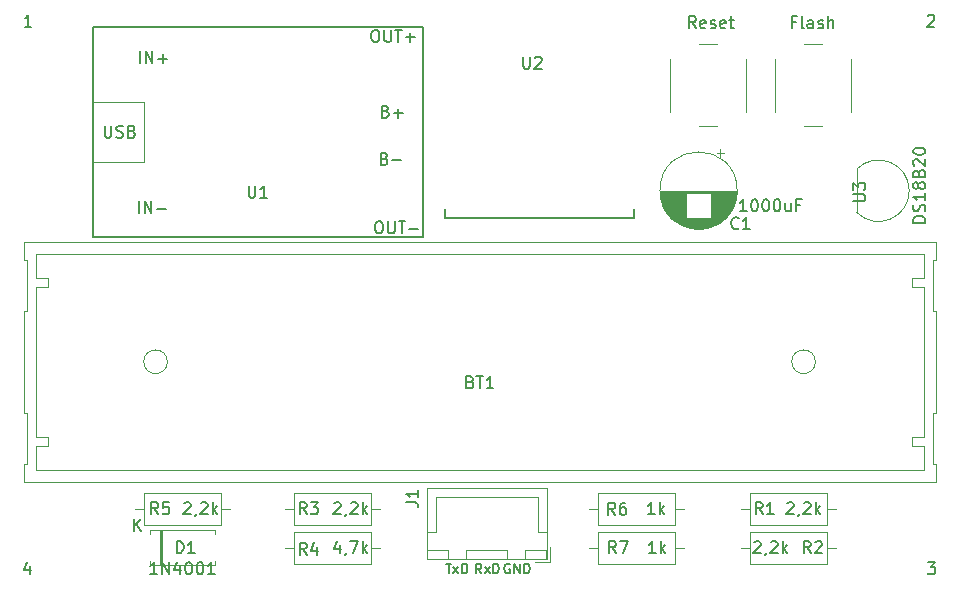
<source format=gbr>
G04 #@! TF.GenerationSoftware,KiCad,Pcbnew,5.1.5-52549c5~84~ubuntu18.04.1*
G04 #@! TF.CreationDate,2020-04-08T12:20:09+02:00*
G04 #@! TF.ProjectId,ltl,6c746c2e-6b69-4636-9164-5f7063625858,rev?*
G04 #@! TF.SameCoordinates,Original*
G04 #@! TF.FileFunction,Legend,Top*
G04 #@! TF.FilePolarity,Positive*
%FSLAX46Y46*%
G04 Gerber Fmt 4.6, Leading zero omitted, Abs format (unit mm)*
G04 Created by KiCad (PCBNEW 5.1.5-52549c5~84~ubuntu18.04.1) date 2020-04-08 12:20:09*
%MOMM*%
%LPD*%
G04 APERTURE LIST*
%ADD10C,0.200000*%
%ADD11C,0.120000*%
%ADD12C,0.150000*%
%ADD13C,0.152400*%
G04 APERTURE END LIST*
D10*
X122110619Y-137737904D02*
X122567761Y-137737904D01*
X122339190Y-138537904D02*
X122339190Y-137737904D01*
X122758238Y-138537904D02*
X123177285Y-138004571D01*
X122758238Y-138004571D02*
X123177285Y-138537904D01*
X123482047Y-138537904D02*
X123482047Y-137737904D01*
X123672523Y-137737904D01*
X123786809Y-137776000D01*
X123863000Y-137852190D01*
X123901095Y-137928380D01*
X123939190Y-138080761D01*
X123939190Y-138195047D01*
X123901095Y-138347428D01*
X123863000Y-138423619D01*
X123786809Y-138499809D01*
X123672523Y-138537904D01*
X123482047Y-138537904D01*
X125126809Y-138537904D02*
X124860142Y-138156952D01*
X124669666Y-138537904D02*
X124669666Y-137737904D01*
X124974428Y-137737904D01*
X125050619Y-137776000D01*
X125088714Y-137814095D01*
X125126809Y-137890285D01*
X125126809Y-138004571D01*
X125088714Y-138080761D01*
X125050619Y-138118857D01*
X124974428Y-138156952D01*
X124669666Y-138156952D01*
X125393476Y-138537904D02*
X125812523Y-138004571D01*
X125393476Y-138004571D02*
X125812523Y-138537904D01*
X126117285Y-138537904D02*
X126117285Y-137737904D01*
X126307761Y-137737904D01*
X126422047Y-137776000D01*
X126498238Y-137852190D01*
X126536333Y-137928380D01*
X126574428Y-138080761D01*
X126574428Y-138195047D01*
X126536333Y-138347428D01*
X126498238Y-138423619D01*
X126422047Y-138499809D01*
X126307761Y-138537904D01*
X126117285Y-138537904D01*
X127533476Y-137776000D02*
X127457285Y-137737904D01*
X127343000Y-137737904D01*
X127228714Y-137776000D01*
X127152523Y-137852190D01*
X127114428Y-137928380D01*
X127076333Y-138080761D01*
X127076333Y-138195047D01*
X127114428Y-138347428D01*
X127152523Y-138423619D01*
X127228714Y-138499809D01*
X127343000Y-138537904D01*
X127419190Y-138537904D01*
X127533476Y-138499809D01*
X127571571Y-138461714D01*
X127571571Y-138195047D01*
X127419190Y-138195047D01*
X127914428Y-138537904D02*
X127914428Y-137737904D01*
X128371571Y-138537904D01*
X128371571Y-137737904D01*
X128752523Y-138537904D02*
X128752523Y-137737904D01*
X128943000Y-137737904D01*
X129057285Y-137776000D01*
X129133476Y-137852190D01*
X129171571Y-137928380D01*
X129209666Y-138080761D01*
X129209666Y-138195047D01*
X129171571Y-138347428D01*
X129133476Y-138423619D01*
X129057285Y-138499809D01*
X128943000Y-138537904D01*
X128752523Y-138537904D01*
D11*
X162560000Y-111506000D02*
X162560000Y-113538000D01*
X162560000Y-127762000D02*
X162560000Y-129794000D01*
X162560000Y-114300000D02*
X162560000Y-127000000D01*
X161544000Y-114300000D02*
X162560000Y-114300000D01*
X161544000Y-114300000D02*
X161544000Y-113538000D01*
X162560000Y-113538000D02*
X161544000Y-113538000D01*
X161544000Y-127762000D02*
X162560000Y-127762000D01*
X162560000Y-127000000D02*
X161544000Y-127000000D01*
X161544000Y-127762000D02*
X161544000Y-127000000D01*
X163576000Y-110490000D02*
X163576000Y-112014000D01*
X163322000Y-112014000D02*
X163576000Y-112014000D01*
X163322000Y-112014000D02*
X163322000Y-116332000D01*
X163322000Y-116332000D02*
X163576000Y-116332000D01*
X163576000Y-124968000D02*
X163576000Y-116332000D01*
X163322000Y-124968000D02*
X163322000Y-129286000D01*
X163322000Y-124968000D02*
X163576000Y-124968000D01*
X163322000Y-129286000D02*
X163576000Y-129286000D01*
X163576000Y-129286000D02*
X163576000Y-130810000D01*
X162560000Y-129794000D02*
X87376000Y-129794000D01*
X162560000Y-111506000D02*
X87376000Y-111506000D01*
X86614000Y-116332000D02*
X86614000Y-112014000D01*
X86614000Y-124968000D02*
X86614000Y-129286000D01*
X86360000Y-124968000D02*
X86614000Y-124968000D01*
X86360000Y-116332000D02*
X86614000Y-116332000D01*
X86360000Y-124968000D02*
X86360000Y-116332000D01*
X86360000Y-129286000D02*
X86614000Y-129286000D01*
X86360000Y-129286000D02*
X86360000Y-130810000D01*
X86360000Y-112014000D02*
X86614000Y-112014000D01*
X86360000Y-110490000D02*
X86360000Y-112014000D01*
X88392000Y-127000000D02*
X87376000Y-127000000D01*
X88392000Y-127000000D02*
X88392000Y-127762000D01*
X87376000Y-127762000D02*
X88392000Y-127762000D01*
X87376000Y-127762000D02*
X87376000Y-129794000D01*
X88392000Y-114300000D02*
X87376000Y-114300000D01*
X88392000Y-113538000D02*
X88392000Y-114300000D01*
X87376000Y-113538000D02*
X88392000Y-113538000D01*
X87376000Y-111506000D02*
X87376000Y-113538000D01*
X98536000Y-120650000D02*
G75*
G03X98536000Y-120650000I-1000000J0D01*
G01*
X153400000Y-120650000D02*
G75*
G03X153400000Y-120650000I-1000000J0D01*
G01*
X163576000Y-110490000D02*
X124968000Y-110490000D01*
X86360000Y-130810000D02*
X163576000Y-130810000D01*
X87376000Y-114300000D02*
X87376000Y-127000000D01*
X124968000Y-110490000D02*
X86360000Y-110490000D01*
X96520000Y-103759000D02*
X92202000Y-103759000D01*
X96520000Y-98679000D02*
X96520000Y-103759000D01*
X92202000Y-98679000D02*
X96520000Y-98679000D01*
D12*
X120142000Y-110109000D02*
X92202000Y-110109000D01*
X92202000Y-92329000D02*
X120142000Y-92329000D01*
X120142000Y-92329000D02*
X120142000Y-110109000D01*
X92202000Y-92329000D02*
X92202000Y-110109000D01*
D11*
X97882000Y-134928000D02*
X97882000Y-137868000D01*
X98122000Y-134928000D02*
X98122000Y-137868000D01*
X98002000Y-134928000D02*
X98002000Y-137868000D01*
X102542000Y-137868000D02*
X102542000Y-137538000D01*
X97102000Y-137868000D02*
X102542000Y-137868000D01*
X97102000Y-137538000D02*
X97102000Y-137868000D01*
X102542000Y-134928000D02*
X102542000Y-135258000D01*
X97102000Y-134928000D02*
X102542000Y-134928000D01*
X97102000Y-135258000D02*
X97102000Y-134928000D01*
X116562000Y-136398000D02*
X115792000Y-136398000D01*
X108482000Y-136398000D02*
X109252000Y-136398000D01*
X115792000Y-135028000D02*
X109252000Y-135028000D01*
X115792000Y-137768000D02*
X115792000Y-135028000D01*
X109252000Y-137768000D02*
X115792000Y-137768000D01*
X109252000Y-135028000D02*
X109252000Y-137768000D01*
X116562000Y-133096000D02*
X115792000Y-133096000D01*
X108482000Y-133096000D02*
X109252000Y-133096000D01*
X115792000Y-131726000D02*
X109252000Y-131726000D01*
X115792000Y-134466000D02*
X115792000Y-131726000D01*
X109252000Y-134466000D02*
X115792000Y-134466000D01*
X109252000Y-131726000D02*
X109252000Y-134466000D01*
X155170000Y-136398000D02*
X154400000Y-136398000D01*
X147090000Y-136398000D02*
X147860000Y-136398000D01*
X154400000Y-135028000D02*
X147860000Y-135028000D01*
X154400000Y-137768000D02*
X154400000Y-135028000D01*
X147860000Y-137768000D02*
X154400000Y-137768000D01*
X147860000Y-135028000D02*
X147860000Y-137768000D01*
X155170000Y-133096000D02*
X154400000Y-133096000D01*
X147090000Y-133096000D02*
X147860000Y-133096000D01*
X154400000Y-131726000D02*
X147860000Y-131726000D01*
X154400000Y-134466000D02*
X154400000Y-131726000D01*
X147860000Y-134466000D02*
X154400000Y-134466000D01*
X147860000Y-131726000D02*
X147860000Y-134466000D01*
X142280000Y-133096000D02*
X141510000Y-133096000D01*
X134200000Y-133096000D02*
X134970000Y-133096000D01*
X141510000Y-131726000D02*
X134970000Y-131726000D01*
X141510000Y-134466000D02*
X141510000Y-131726000D01*
X134970000Y-134466000D02*
X141510000Y-134466000D01*
X134970000Y-131726000D02*
X134970000Y-134466000D01*
X134970000Y-135028000D02*
X134970000Y-137768000D01*
X134970000Y-137768000D02*
X141510000Y-137768000D01*
X141510000Y-137768000D02*
X141510000Y-135028000D01*
X141510000Y-135028000D02*
X134970000Y-135028000D01*
X134200000Y-136398000D02*
X134970000Y-136398000D01*
X142280000Y-136398000D02*
X141510000Y-136398000D01*
X146780000Y-106152000D02*
G75*
G03X146780000Y-106152000I-3270000J0D01*
G01*
X146740000Y-106152000D02*
X140280000Y-106152000D01*
X146740000Y-106192000D02*
X140280000Y-106192000D01*
X146740000Y-106232000D02*
X140280000Y-106232000D01*
X146738000Y-106272000D02*
X140282000Y-106272000D01*
X146737000Y-106312000D02*
X140283000Y-106312000D01*
X146734000Y-106352000D02*
X140286000Y-106352000D01*
X146732000Y-106392000D02*
X144550000Y-106392000D01*
X142470000Y-106392000D02*
X140288000Y-106392000D01*
X146728000Y-106432000D02*
X144550000Y-106432000D01*
X142470000Y-106432000D02*
X140292000Y-106432000D01*
X146725000Y-106472000D02*
X144550000Y-106472000D01*
X142470000Y-106472000D02*
X140295000Y-106472000D01*
X146721000Y-106512000D02*
X144550000Y-106512000D01*
X142470000Y-106512000D02*
X140299000Y-106512000D01*
X146716000Y-106552000D02*
X144550000Y-106552000D01*
X142470000Y-106552000D02*
X140304000Y-106552000D01*
X146711000Y-106592000D02*
X144550000Y-106592000D01*
X142470000Y-106592000D02*
X140309000Y-106592000D01*
X146705000Y-106632000D02*
X144550000Y-106632000D01*
X142470000Y-106632000D02*
X140315000Y-106632000D01*
X146699000Y-106672000D02*
X144550000Y-106672000D01*
X142470000Y-106672000D02*
X140321000Y-106672000D01*
X146692000Y-106712000D02*
X144550000Y-106712000D01*
X142470000Y-106712000D02*
X140328000Y-106712000D01*
X146685000Y-106752000D02*
X144550000Y-106752000D01*
X142470000Y-106752000D02*
X140335000Y-106752000D01*
X146677000Y-106792000D02*
X144550000Y-106792000D01*
X142470000Y-106792000D02*
X140343000Y-106792000D01*
X146669000Y-106832000D02*
X144550000Y-106832000D01*
X142470000Y-106832000D02*
X140351000Y-106832000D01*
X146660000Y-106873000D02*
X144550000Y-106873000D01*
X142470000Y-106873000D02*
X140360000Y-106873000D01*
X146651000Y-106913000D02*
X144550000Y-106913000D01*
X142470000Y-106913000D02*
X140369000Y-106913000D01*
X146641000Y-106953000D02*
X144550000Y-106953000D01*
X142470000Y-106953000D02*
X140379000Y-106953000D01*
X146631000Y-106993000D02*
X144550000Y-106993000D01*
X142470000Y-106993000D02*
X140389000Y-106993000D01*
X146620000Y-107033000D02*
X144550000Y-107033000D01*
X142470000Y-107033000D02*
X140400000Y-107033000D01*
X146608000Y-107073000D02*
X144550000Y-107073000D01*
X142470000Y-107073000D02*
X140412000Y-107073000D01*
X146596000Y-107113000D02*
X144550000Y-107113000D01*
X142470000Y-107113000D02*
X140424000Y-107113000D01*
X146584000Y-107153000D02*
X144550000Y-107153000D01*
X142470000Y-107153000D02*
X140436000Y-107153000D01*
X146571000Y-107193000D02*
X144550000Y-107193000D01*
X142470000Y-107193000D02*
X140449000Y-107193000D01*
X146557000Y-107233000D02*
X144550000Y-107233000D01*
X142470000Y-107233000D02*
X140463000Y-107233000D01*
X146543000Y-107273000D02*
X144550000Y-107273000D01*
X142470000Y-107273000D02*
X140477000Y-107273000D01*
X146528000Y-107313000D02*
X144550000Y-107313000D01*
X142470000Y-107313000D02*
X140492000Y-107313000D01*
X146512000Y-107353000D02*
X144550000Y-107353000D01*
X142470000Y-107353000D02*
X140508000Y-107353000D01*
X146496000Y-107393000D02*
X144550000Y-107393000D01*
X142470000Y-107393000D02*
X140524000Y-107393000D01*
X146480000Y-107433000D02*
X144550000Y-107433000D01*
X142470000Y-107433000D02*
X140540000Y-107433000D01*
X146462000Y-107473000D02*
X144550000Y-107473000D01*
X142470000Y-107473000D02*
X140558000Y-107473000D01*
X146444000Y-107513000D02*
X144550000Y-107513000D01*
X142470000Y-107513000D02*
X140576000Y-107513000D01*
X146426000Y-107553000D02*
X144550000Y-107553000D01*
X142470000Y-107553000D02*
X140594000Y-107553000D01*
X146406000Y-107593000D02*
X144550000Y-107593000D01*
X142470000Y-107593000D02*
X140614000Y-107593000D01*
X146386000Y-107633000D02*
X144550000Y-107633000D01*
X142470000Y-107633000D02*
X140634000Y-107633000D01*
X146366000Y-107673000D02*
X144550000Y-107673000D01*
X142470000Y-107673000D02*
X140654000Y-107673000D01*
X146344000Y-107713000D02*
X144550000Y-107713000D01*
X142470000Y-107713000D02*
X140676000Y-107713000D01*
X146322000Y-107753000D02*
X144550000Y-107753000D01*
X142470000Y-107753000D02*
X140698000Y-107753000D01*
X146300000Y-107793000D02*
X144550000Y-107793000D01*
X142470000Y-107793000D02*
X140720000Y-107793000D01*
X146276000Y-107833000D02*
X144550000Y-107833000D01*
X142470000Y-107833000D02*
X140744000Y-107833000D01*
X146252000Y-107873000D02*
X144550000Y-107873000D01*
X142470000Y-107873000D02*
X140768000Y-107873000D01*
X146226000Y-107913000D02*
X144550000Y-107913000D01*
X142470000Y-107913000D02*
X140794000Y-107913000D01*
X146200000Y-107953000D02*
X144550000Y-107953000D01*
X142470000Y-107953000D02*
X140820000Y-107953000D01*
X146174000Y-107993000D02*
X144550000Y-107993000D01*
X142470000Y-107993000D02*
X140846000Y-107993000D01*
X146146000Y-108033000D02*
X144550000Y-108033000D01*
X142470000Y-108033000D02*
X140874000Y-108033000D01*
X146117000Y-108073000D02*
X144550000Y-108073000D01*
X142470000Y-108073000D02*
X140903000Y-108073000D01*
X146088000Y-108113000D02*
X144550000Y-108113000D01*
X142470000Y-108113000D02*
X140932000Y-108113000D01*
X146058000Y-108153000D02*
X144550000Y-108153000D01*
X142470000Y-108153000D02*
X140962000Y-108153000D01*
X146026000Y-108193000D02*
X144550000Y-108193000D01*
X142470000Y-108193000D02*
X140994000Y-108193000D01*
X145994000Y-108233000D02*
X144550000Y-108233000D01*
X142470000Y-108233000D02*
X141026000Y-108233000D01*
X145960000Y-108273000D02*
X144550000Y-108273000D01*
X142470000Y-108273000D02*
X141060000Y-108273000D01*
X145926000Y-108313000D02*
X144550000Y-108313000D01*
X142470000Y-108313000D02*
X141094000Y-108313000D01*
X145890000Y-108353000D02*
X144550000Y-108353000D01*
X142470000Y-108353000D02*
X141130000Y-108353000D01*
X145853000Y-108393000D02*
X144550000Y-108393000D01*
X142470000Y-108393000D02*
X141167000Y-108393000D01*
X145815000Y-108433000D02*
X144550000Y-108433000D01*
X142470000Y-108433000D02*
X141205000Y-108433000D01*
X145775000Y-108473000D02*
X141245000Y-108473000D01*
X145734000Y-108513000D02*
X141286000Y-108513000D01*
X145692000Y-108553000D02*
X141328000Y-108553000D01*
X145647000Y-108593000D02*
X141373000Y-108593000D01*
X145602000Y-108633000D02*
X141418000Y-108633000D01*
X145554000Y-108673000D02*
X141466000Y-108673000D01*
X145505000Y-108713000D02*
X141515000Y-108713000D01*
X145454000Y-108753000D02*
X141566000Y-108753000D01*
X145400000Y-108793000D02*
X141620000Y-108793000D01*
X145344000Y-108833000D02*
X141676000Y-108833000D01*
X145286000Y-108873000D02*
X141734000Y-108873000D01*
X145224000Y-108913000D02*
X141796000Y-108913000D01*
X145160000Y-108953000D02*
X141860000Y-108953000D01*
X145091000Y-108993000D02*
X141929000Y-108993000D01*
X145019000Y-109033000D02*
X142001000Y-109033000D01*
X144942000Y-109073000D02*
X142078000Y-109073000D01*
X144860000Y-109113000D02*
X142160000Y-109113000D01*
X144772000Y-109153000D02*
X142248000Y-109153000D01*
X144675000Y-109193000D02*
X142345000Y-109193000D01*
X144569000Y-109233000D02*
X142451000Y-109233000D01*
X144450000Y-109273000D02*
X142570000Y-109273000D01*
X144312000Y-109313000D02*
X142708000Y-109313000D01*
X144143000Y-109353000D02*
X142877000Y-109353000D01*
X143912000Y-109393000D02*
X143108000Y-109393000D01*
X145349000Y-102651759D02*
X145349000Y-103281759D01*
X145664000Y-102966759D02*
X145034000Y-102966759D01*
X103092000Y-134466000D02*
X103092000Y-131726000D01*
X103092000Y-131726000D02*
X96552000Y-131726000D01*
X96552000Y-131726000D02*
X96552000Y-134466000D01*
X96552000Y-134466000D02*
X103092000Y-134466000D01*
X103862000Y-133096000D02*
X103092000Y-133096000D01*
X95782000Y-133096000D02*
X96552000Y-133096000D01*
X156900000Y-104372000D02*
X156900000Y-107972000D01*
X156911522Y-104333522D02*
G75*
G02X161350000Y-106172000I1838478J-1838478D01*
G01*
X156911522Y-108010478D02*
G75*
G03X161350000Y-106172000I1838478J1838478D01*
G01*
X130640000Y-137334000D02*
X130640000Y-131364000D01*
X130640000Y-131364000D02*
X120520000Y-131364000D01*
X120520000Y-131364000D02*
X120520000Y-137334000D01*
X120520000Y-137334000D02*
X130640000Y-137334000D01*
X127330000Y-137324000D02*
X127330000Y-136574000D01*
X127330000Y-136574000D02*
X123830000Y-136574000D01*
X123830000Y-136574000D02*
X123830000Y-137324000D01*
X123830000Y-137324000D02*
X127330000Y-137324000D01*
X130630000Y-137324000D02*
X130630000Y-136574000D01*
X130630000Y-136574000D02*
X128830000Y-136574000D01*
X128830000Y-136574000D02*
X128830000Y-137324000D01*
X128830000Y-137324000D02*
X130630000Y-137324000D01*
X122330000Y-137324000D02*
X122330000Y-136574000D01*
X122330000Y-136574000D02*
X120530000Y-136574000D01*
X120530000Y-136574000D02*
X120530000Y-137324000D01*
X120530000Y-137324000D02*
X122330000Y-137324000D01*
X130630000Y-135074000D02*
X129880000Y-135074000D01*
X129880000Y-135074000D02*
X129880000Y-132124000D01*
X129880000Y-132124000D02*
X125580000Y-132124000D01*
X120530000Y-135074000D02*
X121280000Y-135074000D01*
X121280000Y-135074000D02*
X121280000Y-132124000D01*
X121280000Y-132124000D02*
X125580000Y-132124000D01*
X129680000Y-137624000D02*
X130930000Y-137624000D01*
X130930000Y-137624000D02*
X130930000Y-136374000D01*
D13*
X122047000Y-107696000D02*
X122047000Y-108458000D01*
X122047000Y-108458000D02*
X138049000Y-108458000D01*
X138049000Y-108458000D02*
X138049000Y-107696000D01*
D11*
X152448000Y-100730000D02*
X153948000Y-100730000D01*
X156448000Y-99480000D02*
X156448000Y-94980000D01*
X153948000Y-93730000D02*
X152448000Y-93730000D01*
X149948000Y-94980000D02*
X149948000Y-99480000D01*
X141058000Y-94980000D02*
X141058000Y-99480000D01*
X145058000Y-93730000D02*
X143558000Y-93730000D01*
X147558000Y-99480000D02*
X147558000Y-94980000D01*
X143558000Y-100730000D02*
X145058000Y-100730000D01*
D12*
X124182285Y-122356571D02*
X124325142Y-122404190D01*
X124372761Y-122451809D01*
X124420380Y-122547047D01*
X124420380Y-122689904D01*
X124372761Y-122785142D01*
X124325142Y-122832761D01*
X124229904Y-122880380D01*
X123848952Y-122880380D01*
X123848952Y-121880380D01*
X124182285Y-121880380D01*
X124277523Y-121928000D01*
X124325142Y-121975619D01*
X124372761Y-122070857D01*
X124372761Y-122166095D01*
X124325142Y-122261333D01*
X124277523Y-122308952D01*
X124182285Y-122356571D01*
X123848952Y-122356571D01*
X124706095Y-121880380D02*
X125277523Y-121880380D01*
X124991809Y-122880380D02*
X124991809Y-121880380D01*
X126134666Y-122880380D02*
X125563238Y-122880380D01*
X125848952Y-122880380D02*
X125848952Y-121880380D01*
X125753714Y-122023238D01*
X125658476Y-122118476D01*
X125563238Y-122166095D01*
X105410095Y-105751380D02*
X105410095Y-106560904D01*
X105457714Y-106656142D01*
X105505333Y-106703761D01*
X105600571Y-106751380D01*
X105791047Y-106751380D01*
X105886285Y-106703761D01*
X105933904Y-106656142D01*
X105981523Y-106560904D01*
X105981523Y-105751380D01*
X106981523Y-106751380D02*
X106410095Y-106751380D01*
X106695809Y-106751380D02*
X106695809Y-105751380D01*
X106600571Y-105894238D01*
X106505333Y-105989476D01*
X106410095Y-106037095D01*
X93226095Y-100671380D02*
X93226095Y-101480904D01*
X93273714Y-101576142D01*
X93321333Y-101623761D01*
X93416571Y-101671380D01*
X93607047Y-101671380D01*
X93702285Y-101623761D01*
X93749904Y-101576142D01*
X93797523Y-101480904D01*
X93797523Y-100671380D01*
X94226095Y-101623761D02*
X94368952Y-101671380D01*
X94607047Y-101671380D01*
X94702285Y-101623761D01*
X94749904Y-101576142D01*
X94797523Y-101480904D01*
X94797523Y-101385666D01*
X94749904Y-101290428D01*
X94702285Y-101242809D01*
X94607047Y-101195190D01*
X94416571Y-101147571D01*
X94321333Y-101099952D01*
X94273714Y-101052333D01*
X94226095Y-100957095D01*
X94226095Y-100861857D01*
X94273714Y-100766619D01*
X94321333Y-100719000D01*
X94416571Y-100671380D01*
X94654666Y-100671380D01*
X94797523Y-100719000D01*
X95559428Y-101147571D02*
X95702285Y-101195190D01*
X95749904Y-101242809D01*
X95797523Y-101338047D01*
X95797523Y-101480904D01*
X95749904Y-101576142D01*
X95702285Y-101623761D01*
X95607047Y-101671380D01*
X95226095Y-101671380D01*
X95226095Y-100671380D01*
X95559428Y-100671380D01*
X95654666Y-100719000D01*
X95702285Y-100766619D01*
X95749904Y-100861857D01*
X95749904Y-100957095D01*
X95702285Y-101052333D01*
X95654666Y-101099952D01*
X95559428Y-101147571D01*
X95226095Y-101147571D01*
X96229142Y-95371380D02*
X96229142Y-94371380D01*
X96705333Y-95371380D02*
X96705333Y-94371380D01*
X97276761Y-95371380D01*
X97276761Y-94371380D01*
X97752952Y-94990428D02*
X98514857Y-94990428D01*
X98133904Y-95371380D02*
X98133904Y-94609476D01*
X96129142Y-108071380D02*
X96129142Y-107071380D01*
X96605333Y-108071380D02*
X96605333Y-107071380D01*
X97176761Y-108071380D01*
X97176761Y-107071380D01*
X97652952Y-107690428D02*
X98414857Y-107690428D01*
X116052952Y-92571380D02*
X116243428Y-92571380D01*
X116338666Y-92619000D01*
X116433904Y-92714238D01*
X116481523Y-92904714D01*
X116481523Y-93238047D01*
X116433904Y-93428523D01*
X116338666Y-93523761D01*
X116243428Y-93571380D01*
X116052952Y-93571380D01*
X115957714Y-93523761D01*
X115862476Y-93428523D01*
X115814857Y-93238047D01*
X115814857Y-92904714D01*
X115862476Y-92714238D01*
X115957714Y-92619000D01*
X116052952Y-92571380D01*
X116910095Y-92571380D02*
X116910095Y-93380904D01*
X116957714Y-93476142D01*
X117005333Y-93523761D01*
X117100571Y-93571380D01*
X117291047Y-93571380D01*
X117386285Y-93523761D01*
X117433904Y-93476142D01*
X117481523Y-93380904D01*
X117481523Y-92571380D01*
X117814857Y-92571380D02*
X118386285Y-92571380D01*
X118100571Y-93571380D02*
X118100571Y-92571380D01*
X118719619Y-93190428D02*
X119481523Y-93190428D01*
X119100571Y-93571380D02*
X119100571Y-92809476D01*
X117024380Y-99447571D02*
X117167238Y-99495190D01*
X117214857Y-99542809D01*
X117262476Y-99638047D01*
X117262476Y-99780904D01*
X117214857Y-99876142D01*
X117167238Y-99923761D01*
X117072000Y-99971380D01*
X116691047Y-99971380D01*
X116691047Y-98971380D01*
X117024380Y-98971380D01*
X117119619Y-99019000D01*
X117167238Y-99066619D01*
X117214857Y-99161857D01*
X117214857Y-99257095D01*
X117167238Y-99352333D01*
X117119619Y-99399952D01*
X117024380Y-99447571D01*
X116691047Y-99447571D01*
X117691047Y-99590428D02*
X118452952Y-99590428D01*
X118072000Y-99971380D02*
X118072000Y-99209476D01*
X116924380Y-103447571D02*
X117067238Y-103495190D01*
X117114857Y-103542809D01*
X117162476Y-103638047D01*
X117162476Y-103780904D01*
X117114857Y-103876142D01*
X117067238Y-103923761D01*
X116972000Y-103971380D01*
X116591047Y-103971380D01*
X116591047Y-102971380D01*
X116924380Y-102971380D01*
X117019619Y-103019000D01*
X117067238Y-103066619D01*
X117114857Y-103161857D01*
X117114857Y-103257095D01*
X117067238Y-103352333D01*
X117019619Y-103399952D01*
X116924380Y-103447571D01*
X116591047Y-103447571D01*
X117591047Y-103590428D02*
X118352952Y-103590428D01*
X116352952Y-108771380D02*
X116543428Y-108771380D01*
X116638666Y-108819000D01*
X116733904Y-108914238D01*
X116781523Y-109104714D01*
X116781523Y-109438047D01*
X116733904Y-109628523D01*
X116638666Y-109723761D01*
X116543428Y-109771380D01*
X116352952Y-109771380D01*
X116257714Y-109723761D01*
X116162476Y-109628523D01*
X116114857Y-109438047D01*
X116114857Y-109104714D01*
X116162476Y-108914238D01*
X116257714Y-108819000D01*
X116352952Y-108771380D01*
X117210095Y-108771380D02*
X117210095Y-109580904D01*
X117257714Y-109676142D01*
X117305333Y-109723761D01*
X117400571Y-109771380D01*
X117591047Y-109771380D01*
X117686285Y-109723761D01*
X117733904Y-109676142D01*
X117781523Y-109580904D01*
X117781523Y-108771380D01*
X118114857Y-108771380D02*
X118686285Y-108771380D01*
X118400571Y-109771380D02*
X118400571Y-108771380D01*
X119019619Y-109390428D02*
X119781523Y-109390428D01*
X162925166Y-137628380D02*
X163544214Y-137628380D01*
X163210880Y-138009333D01*
X163353738Y-138009333D01*
X163448976Y-138056952D01*
X163496595Y-138104571D01*
X163544214Y-138199809D01*
X163544214Y-138437904D01*
X163496595Y-138533142D01*
X163448976Y-138580761D01*
X163353738Y-138628380D01*
X163068023Y-138628380D01*
X162972785Y-138580761D01*
X162925166Y-138533142D01*
X162909285Y-91368619D02*
X162956904Y-91321000D01*
X163052142Y-91273380D01*
X163290238Y-91273380D01*
X163385476Y-91321000D01*
X163433095Y-91368619D01*
X163480714Y-91463857D01*
X163480714Y-91559095D01*
X163433095Y-91701952D01*
X162861666Y-92273380D01*
X163480714Y-92273380D01*
X86867976Y-137961714D02*
X86867976Y-138628380D01*
X86629880Y-137580761D02*
X86391785Y-138295047D01*
X87010833Y-138295047D01*
X87026714Y-92273380D02*
X86455285Y-92273380D01*
X86741000Y-92273380D02*
X86741000Y-91273380D01*
X86645761Y-91416238D01*
X86550523Y-91511476D01*
X86455285Y-91559095D01*
X99337904Y-136850380D02*
X99337904Y-135850380D01*
X99576000Y-135850380D01*
X99718857Y-135898000D01*
X99814095Y-135993238D01*
X99861714Y-136088476D01*
X99909333Y-136278952D01*
X99909333Y-136421809D01*
X99861714Y-136612285D01*
X99814095Y-136707523D01*
X99718857Y-136802761D01*
X99576000Y-136850380D01*
X99337904Y-136850380D01*
X100861714Y-136850380D02*
X100290285Y-136850380D01*
X100576000Y-136850380D02*
X100576000Y-135850380D01*
X100480761Y-135993238D01*
X100385523Y-136088476D01*
X100290285Y-136136095D01*
X97679142Y-138628380D02*
X97107714Y-138628380D01*
X97393428Y-138628380D02*
X97393428Y-137628380D01*
X97298190Y-137771238D01*
X97202952Y-137866476D01*
X97107714Y-137914095D01*
X98107714Y-138628380D02*
X98107714Y-137628380D01*
X98679142Y-138628380D01*
X98679142Y-137628380D01*
X99583904Y-137961714D02*
X99583904Y-138628380D01*
X99345809Y-137580761D02*
X99107714Y-138295047D01*
X99726761Y-138295047D01*
X100298190Y-137628380D02*
X100393428Y-137628380D01*
X100488666Y-137676000D01*
X100536285Y-137723619D01*
X100583904Y-137818857D01*
X100631523Y-138009333D01*
X100631523Y-138247428D01*
X100583904Y-138437904D01*
X100536285Y-138533142D01*
X100488666Y-138580761D01*
X100393428Y-138628380D01*
X100298190Y-138628380D01*
X100202952Y-138580761D01*
X100155333Y-138533142D01*
X100107714Y-138437904D01*
X100060095Y-138247428D01*
X100060095Y-138009333D01*
X100107714Y-137818857D01*
X100155333Y-137723619D01*
X100202952Y-137676000D01*
X100298190Y-137628380D01*
X101250571Y-137628380D02*
X101345809Y-137628380D01*
X101441047Y-137676000D01*
X101488666Y-137723619D01*
X101536285Y-137818857D01*
X101583904Y-138009333D01*
X101583904Y-138247428D01*
X101536285Y-138437904D01*
X101488666Y-138533142D01*
X101441047Y-138580761D01*
X101345809Y-138628380D01*
X101250571Y-138628380D01*
X101155333Y-138580761D01*
X101107714Y-138533142D01*
X101060095Y-138437904D01*
X101012476Y-138247428D01*
X101012476Y-138009333D01*
X101060095Y-137818857D01*
X101107714Y-137723619D01*
X101155333Y-137676000D01*
X101250571Y-137628380D01*
X102536285Y-138628380D02*
X101964857Y-138628380D01*
X102250571Y-138628380D02*
X102250571Y-137628380D01*
X102155333Y-137771238D01*
X102060095Y-137866476D01*
X101964857Y-137914095D01*
X95750095Y-134950380D02*
X95750095Y-133950380D01*
X96321523Y-134950380D02*
X95892952Y-134378952D01*
X96321523Y-133950380D02*
X95750095Y-134521809D01*
X110323333Y-136977380D02*
X109990000Y-136501190D01*
X109751904Y-136977380D02*
X109751904Y-135977380D01*
X110132857Y-135977380D01*
X110228095Y-136025000D01*
X110275714Y-136072619D01*
X110323333Y-136167857D01*
X110323333Y-136310714D01*
X110275714Y-136405952D01*
X110228095Y-136453571D01*
X110132857Y-136501190D01*
X109751904Y-136501190D01*
X111180476Y-136310714D02*
X111180476Y-136977380D01*
X110942380Y-135929761D02*
X110704285Y-136644047D01*
X111323333Y-136644047D01*
X113117428Y-136183714D02*
X113117428Y-136850380D01*
X112879333Y-135802761D02*
X112641238Y-136517047D01*
X113260285Y-136517047D01*
X113688857Y-136802761D02*
X113688857Y-136850380D01*
X113641238Y-136945619D01*
X113593619Y-136993238D01*
X114022190Y-135850380D02*
X114688857Y-135850380D01*
X114260285Y-136850380D01*
X115069809Y-136850380D02*
X115069809Y-135850380D01*
X115165047Y-136469428D02*
X115450761Y-136850380D01*
X115450761Y-136183714D02*
X115069809Y-136564666D01*
X110323333Y-133548380D02*
X109990000Y-133072190D01*
X109751904Y-133548380D02*
X109751904Y-132548380D01*
X110132857Y-132548380D01*
X110228095Y-132596000D01*
X110275714Y-132643619D01*
X110323333Y-132738857D01*
X110323333Y-132881714D01*
X110275714Y-132976952D01*
X110228095Y-133024571D01*
X110132857Y-133072190D01*
X109751904Y-133072190D01*
X110656666Y-132548380D02*
X111275714Y-132548380D01*
X110942380Y-132929333D01*
X111085238Y-132929333D01*
X111180476Y-132976952D01*
X111228095Y-133024571D01*
X111275714Y-133119809D01*
X111275714Y-133357904D01*
X111228095Y-133453142D01*
X111180476Y-133500761D01*
X111085238Y-133548380D01*
X110799523Y-133548380D01*
X110704285Y-133500761D01*
X110656666Y-133453142D01*
X112641238Y-132643619D02*
X112688857Y-132596000D01*
X112784095Y-132548380D01*
X113022190Y-132548380D01*
X113117428Y-132596000D01*
X113165047Y-132643619D01*
X113212666Y-132738857D01*
X113212666Y-132834095D01*
X113165047Y-132976952D01*
X112593619Y-133548380D01*
X113212666Y-133548380D01*
X113688857Y-133500761D02*
X113688857Y-133548380D01*
X113641238Y-133643619D01*
X113593619Y-133691238D01*
X114069809Y-132643619D02*
X114117428Y-132596000D01*
X114212666Y-132548380D01*
X114450761Y-132548380D01*
X114546000Y-132596000D01*
X114593619Y-132643619D01*
X114641238Y-132738857D01*
X114641238Y-132834095D01*
X114593619Y-132976952D01*
X114022190Y-133548380D01*
X114641238Y-133548380D01*
X115069809Y-133548380D02*
X115069809Y-132548380D01*
X115165047Y-133167428D02*
X115450761Y-133548380D01*
X115450761Y-132881714D02*
X115069809Y-133262666D01*
X152995333Y-136850380D02*
X152662000Y-136374190D01*
X152423904Y-136850380D02*
X152423904Y-135850380D01*
X152804857Y-135850380D01*
X152900095Y-135898000D01*
X152947714Y-135945619D01*
X152995333Y-136040857D01*
X152995333Y-136183714D01*
X152947714Y-136278952D01*
X152900095Y-136326571D01*
X152804857Y-136374190D01*
X152423904Y-136374190D01*
X153376285Y-135945619D02*
X153423904Y-135898000D01*
X153519142Y-135850380D01*
X153757238Y-135850380D01*
X153852476Y-135898000D01*
X153900095Y-135945619D01*
X153947714Y-136040857D01*
X153947714Y-136136095D01*
X153900095Y-136278952D01*
X153328666Y-136850380D01*
X153947714Y-136850380D01*
X148201238Y-135945619D02*
X148248857Y-135898000D01*
X148344095Y-135850380D01*
X148582190Y-135850380D01*
X148677428Y-135898000D01*
X148725047Y-135945619D01*
X148772666Y-136040857D01*
X148772666Y-136136095D01*
X148725047Y-136278952D01*
X148153619Y-136850380D01*
X148772666Y-136850380D01*
X149248857Y-136802761D02*
X149248857Y-136850380D01*
X149201238Y-136945619D01*
X149153619Y-136993238D01*
X149629809Y-135945619D02*
X149677428Y-135898000D01*
X149772666Y-135850380D01*
X150010761Y-135850380D01*
X150106000Y-135898000D01*
X150153619Y-135945619D01*
X150201238Y-136040857D01*
X150201238Y-136136095D01*
X150153619Y-136278952D01*
X149582190Y-136850380D01*
X150201238Y-136850380D01*
X150629809Y-136850380D02*
X150629809Y-135850380D01*
X150725047Y-136469428D02*
X151010761Y-136850380D01*
X151010761Y-136183714D02*
X150629809Y-136564666D01*
X148931333Y-133548380D02*
X148598000Y-133072190D01*
X148359904Y-133548380D02*
X148359904Y-132548380D01*
X148740857Y-132548380D01*
X148836095Y-132596000D01*
X148883714Y-132643619D01*
X148931333Y-132738857D01*
X148931333Y-132881714D01*
X148883714Y-132976952D01*
X148836095Y-133024571D01*
X148740857Y-133072190D01*
X148359904Y-133072190D01*
X149883714Y-133548380D02*
X149312285Y-133548380D01*
X149598000Y-133548380D02*
X149598000Y-132548380D01*
X149502761Y-132691238D01*
X149407523Y-132786476D01*
X149312285Y-132834095D01*
X150995238Y-132643619D02*
X151042857Y-132596000D01*
X151138095Y-132548380D01*
X151376190Y-132548380D01*
X151471428Y-132596000D01*
X151519047Y-132643619D01*
X151566666Y-132738857D01*
X151566666Y-132834095D01*
X151519047Y-132976952D01*
X150947619Y-133548380D01*
X151566666Y-133548380D01*
X152042857Y-133500761D02*
X152042857Y-133548380D01*
X151995238Y-133643619D01*
X151947619Y-133691238D01*
X152423809Y-132643619D02*
X152471428Y-132596000D01*
X152566666Y-132548380D01*
X152804761Y-132548380D01*
X152900000Y-132596000D01*
X152947619Y-132643619D01*
X152995238Y-132738857D01*
X152995238Y-132834095D01*
X152947619Y-132976952D01*
X152376190Y-133548380D01*
X152995238Y-133548380D01*
X153423809Y-133548380D02*
X153423809Y-132548380D01*
X153519047Y-133167428D02*
X153804761Y-133548380D01*
X153804761Y-132881714D02*
X153423809Y-133262666D01*
X136447733Y-133599180D02*
X136114400Y-133122990D01*
X135876304Y-133599180D02*
X135876304Y-132599180D01*
X136257257Y-132599180D01*
X136352495Y-132646800D01*
X136400114Y-132694419D01*
X136447733Y-132789657D01*
X136447733Y-132932514D01*
X136400114Y-133027752D01*
X136352495Y-133075371D01*
X136257257Y-133122990D01*
X135876304Y-133122990D01*
X137304876Y-132599180D02*
X137114400Y-132599180D01*
X137019161Y-132646800D01*
X136971542Y-132694419D01*
X136876304Y-132837276D01*
X136828685Y-133027752D01*
X136828685Y-133408704D01*
X136876304Y-133503942D01*
X136923923Y-133551561D01*
X137019161Y-133599180D01*
X137209638Y-133599180D01*
X137304876Y-133551561D01*
X137352495Y-133503942D01*
X137400114Y-133408704D01*
X137400114Y-133170609D01*
X137352495Y-133075371D01*
X137304876Y-133027752D01*
X137209638Y-132980133D01*
X137019161Y-132980133D01*
X136923923Y-133027752D01*
X136876304Y-133075371D01*
X136828685Y-133170609D01*
X139797352Y-133548380D02*
X139225923Y-133548380D01*
X139511638Y-133548380D02*
X139511638Y-132548380D01*
X139416400Y-132691238D01*
X139321161Y-132786476D01*
X139225923Y-132834095D01*
X140225923Y-133548380D02*
X140225923Y-132548380D01*
X140321161Y-133167428D02*
X140606876Y-133548380D01*
X140606876Y-132881714D02*
X140225923Y-133262666D01*
X136523933Y-136850380D02*
X136190600Y-136374190D01*
X135952504Y-136850380D02*
X135952504Y-135850380D01*
X136333457Y-135850380D01*
X136428695Y-135898000D01*
X136476314Y-135945619D01*
X136523933Y-136040857D01*
X136523933Y-136183714D01*
X136476314Y-136278952D01*
X136428695Y-136326571D01*
X136333457Y-136374190D01*
X135952504Y-136374190D01*
X136857266Y-135850380D02*
X137523933Y-135850380D01*
X137095361Y-136850380D01*
X139873552Y-136850380D02*
X139302123Y-136850380D01*
X139587838Y-136850380D02*
X139587838Y-135850380D01*
X139492600Y-135993238D01*
X139397361Y-136088476D01*
X139302123Y-136136095D01*
X140302123Y-136850380D02*
X140302123Y-135850380D01*
X140397361Y-136469428D02*
X140683076Y-136850380D01*
X140683076Y-136183714D02*
X140302123Y-136564666D01*
X146899333Y-109323142D02*
X146851714Y-109370761D01*
X146708857Y-109418380D01*
X146613619Y-109418380D01*
X146470761Y-109370761D01*
X146375523Y-109275523D01*
X146327904Y-109180285D01*
X146280285Y-108989809D01*
X146280285Y-108846952D01*
X146327904Y-108656476D01*
X146375523Y-108561238D01*
X146470761Y-108466000D01*
X146613619Y-108418380D01*
X146708857Y-108418380D01*
X146851714Y-108466000D01*
X146899333Y-108513619D01*
X147851714Y-109418380D02*
X147280285Y-109418380D01*
X147566000Y-109418380D02*
X147566000Y-108418380D01*
X147470761Y-108561238D01*
X147375523Y-108656476D01*
X147280285Y-108704095D01*
X147582190Y-107894380D02*
X147010761Y-107894380D01*
X147296476Y-107894380D02*
X147296476Y-106894380D01*
X147201238Y-107037238D01*
X147106000Y-107132476D01*
X147010761Y-107180095D01*
X148201238Y-106894380D02*
X148296476Y-106894380D01*
X148391714Y-106942000D01*
X148439333Y-106989619D01*
X148486952Y-107084857D01*
X148534571Y-107275333D01*
X148534571Y-107513428D01*
X148486952Y-107703904D01*
X148439333Y-107799142D01*
X148391714Y-107846761D01*
X148296476Y-107894380D01*
X148201238Y-107894380D01*
X148106000Y-107846761D01*
X148058380Y-107799142D01*
X148010761Y-107703904D01*
X147963142Y-107513428D01*
X147963142Y-107275333D01*
X148010761Y-107084857D01*
X148058380Y-106989619D01*
X148106000Y-106942000D01*
X148201238Y-106894380D01*
X149153619Y-106894380D02*
X149248857Y-106894380D01*
X149344095Y-106942000D01*
X149391714Y-106989619D01*
X149439333Y-107084857D01*
X149486952Y-107275333D01*
X149486952Y-107513428D01*
X149439333Y-107703904D01*
X149391714Y-107799142D01*
X149344095Y-107846761D01*
X149248857Y-107894380D01*
X149153619Y-107894380D01*
X149058380Y-107846761D01*
X149010761Y-107799142D01*
X148963142Y-107703904D01*
X148915523Y-107513428D01*
X148915523Y-107275333D01*
X148963142Y-107084857D01*
X149010761Y-106989619D01*
X149058380Y-106942000D01*
X149153619Y-106894380D01*
X150106000Y-106894380D02*
X150201238Y-106894380D01*
X150296476Y-106942000D01*
X150344095Y-106989619D01*
X150391714Y-107084857D01*
X150439333Y-107275333D01*
X150439333Y-107513428D01*
X150391714Y-107703904D01*
X150344095Y-107799142D01*
X150296476Y-107846761D01*
X150201238Y-107894380D01*
X150106000Y-107894380D01*
X150010761Y-107846761D01*
X149963142Y-107799142D01*
X149915523Y-107703904D01*
X149867904Y-107513428D01*
X149867904Y-107275333D01*
X149915523Y-107084857D01*
X149963142Y-106989619D01*
X150010761Y-106942000D01*
X150106000Y-106894380D01*
X151296476Y-107227714D02*
X151296476Y-107894380D01*
X150867904Y-107227714D02*
X150867904Y-107751523D01*
X150915523Y-107846761D01*
X151010761Y-107894380D01*
X151153619Y-107894380D01*
X151248857Y-107846761D01*
X151296476Y-107799142D01*
X152106000Y-107370571D02*
X151772666Y-107370571D01*
X151772666Y-107894380D02*
X151772666Y-106894380D01*
X152248857Y-106894380D01*
X97750333Y-133548380D02*
X97417000Y-133072190D01*
X97178904Y-133548380D02*
X97178904Y-132548380D01*
X97559857Y-132548380D01*
X97655095Y-132596000D01*
X97702714Y-132643619D01*
X97750333Y-132738857D01*
X97750333Y-132881714D01*
X97702714Y-132976952D01*
X97655095Y-133024571D01*
X97559857Y-133072190D01*
X97178904Y-133072190D01*
X98655095Y-132548380D02*
X98178904Y-132548380D01*
X98131285Y-133024571D01*
X98178904Y-132976952D01*
X98274142Y-132929333D01*
X98512238Y-132929333D01*
X98607476Y-132976952D01*
X98655095Y-133024571D01*
X98702714Y-133119809D01*
X98702714Y-133357904D01*
X98655095Y-133453142D01*
X98607476Y-133500761D01*
X98512238Y-133548380D01*
X98274142Y-133548380D01*
X98178904Y-133500761D01*
X98131285Y-133453142D01*
X99941238Y-132643619D02*
X99988857Y-132596000D01*
X100084095Y-132548380D01*
X100322190Y-132548380D01*
X100417428Y-132596000D01*
X100465047Y-132643619D01*
X100512666Y-132738857D01*
X100512666Y-132834095D01*
X100465047Y-132976952D01*
X99893619Y-133548380D01*
X100512666Y-133548380D01*
X100988857Y-133500761D02*
X100988857Y-133548380D01*
X100941238Y-133643619D01*
X100893619Y-133691238D01*
X101369809Y-132643619D02*
X101417428Y-132596000D01*
X101512666Y-132548380D01*
X101750761Y-132548380D01*
X101846000Y-132596000D01*
X101893619Y-132643619D01*
X101941238Y-132738857D01*
X101941238Y-132834095D01*
X101893619Y-132976952D01*
X101322190Y-133548380D01*
X101941238Y-133548380D01*
X102369809Y-133548380D02*
X102369809Y-132548380D01*
X102465047Y-133167428D02*
X102750761Y-133548380D01*
X102750761Y-132881714D02*
X102369809Y-133262666D01*
X156614880Y-107060904D02*
X157424404Y-107060904D01*
X157519642Y-107013285D01*
X157567261Y-106965666D01*
X157614880Y-106870428D01*
X157614880Y-106679952D01*
X157567261Y-106584714D01*
X157519642Y-106537095D01*
X157424404Y-106489476D01*
X156614880Y-106489476D01*
X156614880Y-106108523D02*
X156614880Y-105489476D01*
X156995833Y-105822809D01*
X156995833Y-105679952D01*
X157043452Y-105584714D01*
X157091071Y-105537095D01*
X157186309Y-105489476D01*
X157424404Y-105489476D01*
X157519642Y-105537095D01*
X157567261Y-105584714D01*
X157614880Y-105679952D01*
X157614880Y-105965666D01*
X157567261Y-106060904D01*
X157519642Y-106108523D01*
X162694880Y-108870357D02*
X161694880Y-108870357D01*
X161694880Y-108632261D01*
X161742500Y-108489404D01*
X161837738Y-108394166D01*
X161932976Y-108346547D01*
X162123452Y-108298928D01*
X162266309Y-108298928D01*
X162456785Y-108346547D01*
X162552023Y-108394166D01*
X162647261Y-108489404D01*
X162694880Y-108632261D01*
X162694880Y-108870357D01*
X162647261Y-107917976D02*
X162694880Y-107775119D01*
X162694880Y-107537023D01*
X162647261Y-107441785D01*
X162599642Y-107394166D01*
X162504404Y-107346547D01*
X162409166Y-107346547D01*
X162313928Y-107394166D01*
X162266309Y-107441785D01*
X162218690Y-107537023D01*
X162171071Y-107727500D01*
X162123452Y-107822738D01*
X162075833Y-107870357D01*
X161980595Y-107917976D01*
X161885357Y-107917976D01*
X161790119Y-107870357D01*
X161742500Y-107822738D01*
X161694880Y-107727500D01*
X161694880Y-107489404D01*
X161742500Y-107346547D01*
X162694880Y-106394166D02*
X162694880Y-106965595D01*
X162694880Y-106679880D02*
X161694880Y-106679880D01*
X161837738Y-106775119D01*
X161932976Y-106870357D01*
X161980595Y-106965595D01*
X162123452Y-105822738D02*
X162075833Y-105917976D01*
X162028214Y-105965595D01*
X161932976Y-106013214D01*
X161885357Y-106013214D01*
X161790119Y-105965595D01*
X161742500Y-105917976D01*
X161694880Y-105822738D01*
X161694880Y-105632261D01*
X161742500Y-105537023D01*
X161790119Y-105489404D01*
X161885357Y-105441785D01*
X161932976Y-105441785D01*
X162028214Y-105489404D01*
X162075833Y-105537023D01*
X162123452Y-105632261D01*
X162123452Y-105822738D01*
X162171071Y-105917976D01*
X162218690Y-105965595D01*
X162313928Y-106013214D01*
X162504404Y-106013214D01*
X162599642Y-105965595D01*
X162647261Y-105917976D01*
X162694880Y-105822738D01*
X162694880Y-105632261D01*
X162647261Y-105537023D01*
X162599642Y-105489404D01*
X162504404Y-105441785D01*
X162313928Y-105441785D01*
X162218690Y-105489404D01*
X162171071Y-105537023D01*
X162123452Y-105632261D01*
X162171071Y-104679880D02*
X162218690Y-104537023D01*
X162266309Y-104489404D01*
X162361547Y-104441785D01*
X162504404Y-104441785D01*
X162599642Y-104489404D01*
X162647261Y-104537023D01*
X162694880Y-104632261D01*
X162694880Y-105013214D01*
X161694880Y-105013214D01*
X161694880Y-104679880D01*
X161742500Y-104584642D01*
X161790119Y-104537023D01*
X161885357Y-104489404D01*
X161980595Y-104489404D01*
X162075833Y-104537023D01*
X162123452Y-104584642D01*
X162171071Y-104679880D01*
X162171071Y-105013214D01*
X161790119Y-104060833D02*
X161742500Y-104013214D01*
X161694880Y-103917976D01*
X161694880Y-103679880D01*
X161742500Y-103584642D01*
X161790119Y-103537023D01*
X161885357Y-103489404D01*
X161980595Y-103489404D01*
X162123452Y-103537023D01*
X162694880Y-104108452D01*
X162694880Y-103489404D01*
X161694880Y-102870357D02*
X161694880Y-102775119D01*
X161742500Y-102679880D01*
X161790119Y-102632261D01*
X161885357Y-102584642D01*
X162075833Y-102537023D01*
X162313928Y-102537023D01*
X162504404Y-102584642D01*
X162599642Y-102632261D01*
X162647261Y-102679880D01*
X162694880Y-102775119D01*
X162694880Y-102870357D01*
X162647261Y-102965595D01*
X162599642Y-103013214D01*
X162504404Y-103060833D01*
X162313928Y-103108452D01*
X162075833Y-103108452D01*
X161885357Y-103060833D01*
X161790119Y-103013214D01*
X161742500Y-102965595D01*
X161694880Y-102870357D01*
X118769380Y-132540333D02*
X119483666Y-132540333D01*
X119626523Y-132587952D01*
X119721761Y-132683190D01*
X119769380Y-132826047D01*
X119769380Y-132921285D01*
X119769380Y-131540333D02*
X119769380Y-132111761D01*
X119769380Y-131826047D02*
X118769380Y-131826047D01*
X118912238Y-131921285D01*
X119007476Y-132016523D01*
X119055095Y-132111761D01*
X128651095Y-94829380D02*
X128651095Y-95638904D01*
X128698714Y-95734142D01*
X128746333Y-95781761D01*
X128841571Y-95829380D01*
X129032047Y-95829380D01*
X129127285Y-95781761D01*
X129174904Y-95734142D01*
X129222523Y-95638904D01*
X129222523Y-94829380D01*
X129651095Y-94924619D02*
X129698714Y-94877000D01*
X129793952Y-94829380D01*
X130032047Y-94829380D01*
X130127285Y-94877000D01*
X130174904Y-94924619D01*
X130222523Y-95019857D01*
X130222523Y-95115095D01*
X130174904Y-95257952D01*
X129603476Y-95829380D01*
X130222523Y-95829380D01*
X151733428Y-91876571D02*
X151400095Y-91876571D01*
X151400095Y-92400380D02*
X151400095Y-91400380D01*
X151876285Y-91400380D01*
X152400095Y-92400380D02*
X152304857Y-92352761D01*
X152257238Y-92257523D01*
X152257238Y-91400380D01*
X153209619Y-92400380D02*
X153209619Y-91876571D01*
X153162000Y-91781333D01*
X153066761Y-91733714D01*
X152876285Y-91733714D01*
X152781047Y-91781333D01*
X153209619Y-92352761D02*
X153114380Y-92400380D01*
X152876285Y-92400380D01*
X152781047Y-92352761D01*
X152733428Y-92257523D01*
X152733428Y-92162285D01*
X152781047Y-92067047D01*
X152876285Y-92019428D01*
X153114380Y-92019428D01*
X153209619Y-91971809D01*
X153638190Y-92352761D02*
X153733428Y-92400380D01*
X153923904Y-92400380D01*
X154019142Y-92352761D01*
X154066761Y-92257523D01*
X154066761Y-92209904D01*
X154019142Y-92114666D01*
X153923904Y-92067047D01*
X153781047Y-92067047D01*
X153685809Y-92019428D01*
X153638190Y-91924190D01*
X153638190Y-91876571D01*
X153685809Y-91781333D01*
X153781047Y-91733714D01*
X153923904Y-91733714D01*
X154019142Y-91781333D01*
X154495333Y-92400380D02*
X154495333Y-91400380D01*
X154923904Y-92400380D02*
X154923904Y-91876571D01*
X154876285Y-91781333D01*
X154781047Y-91733714D01*
X154638190Y-91733714D01*
X154542952Y-91781333D01*
X154495333Y-91828952D01*
X143287904Y-92400380D02*
X142954571Y-91924190D01*
X142716476Y-92400380D02*
X142716476Y-91400380D01*
X143097428Y-91400380D01*
X143192666Y-91448000D01*
X143240285Y-91495619D01*
X143287904Y-91590857D01*
X143287904Y-91733714D01*
X143240285Y-91828952D01*
X143192666Y-91876571D01*
X143097428Y-91924190D01*
X142716476Y-91924190D01*
X144097428Y-92352761D02*
X144002190Y-92400380D01*
X143811714Y-92400380D01*
X143716476Y-92352761D01*
X143668857Y-92257523D01*
X143668857Y-91876571D01*
X143716476Y-91781333D01*
X143811714Y-91733714D01*
X144002190Y-91733714D01*
X144097428Y-91781333D01*
X144145047Y-91876571D01*
X144145047Y-91971809D01*
X143668857Y-92067047D01*
X144526000Y-92352761D02*
X144621238Y-92400380D01*
X144811714Y-92400380D01*
X144906952Y-92352761D01*
X144954571Y-92257523D01*
X144954571Y-92209904D01*
X144906952Y-92114666D01*
X144811714Y-92067047D01*
X144668857Y-92067047D01*
X144573619Y-92019428D01*
X144526000Y-91924190D01*
X144526000Y-91876571D01*
X144573619Y-91781333D01*
X144668857Y-91733714D01*
X144811714Y-91733714D01*
X144906952Y-91781333D01*
X145764095Y-92352761D02*
X145668857Y-92400380D01*
X145478380Y-92400380D01*
X145383142Y-92352761D01*
X145335523Y-92257523D01*
X145335523Y-91876571D01*
X145383142Y-91781333D01*
X145478380Y-91733714D01*
X145668857Y-91733714D01*
X145764095Y-91781333D01*
X145811714Y-91876571D01*
X145811714Y-91971809D01*
X145335523Y-92067047D01*
X146097428Y-91733714D02*
X146478380Y-91733714D01*
X146240285Y-91400380D02*
X146240285Y-92257523D01*
X146287904Y-92352761D01*
X146383142Y-92400380D01*
X146478380Y-92400380D01*
M02*

</source>
